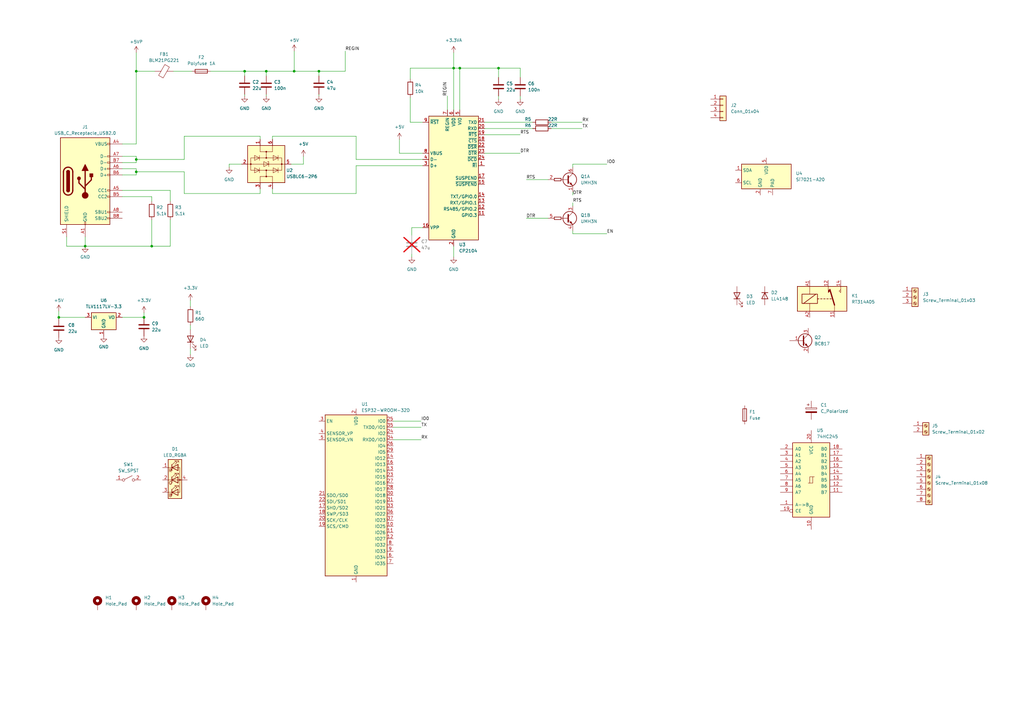
<source format=kicad_sch>
(kicad_sch (version 20230121) (generator eeschema)
  (paper "A3")
  (title_block (title "Alpha") (date "2024-01-10") (rev "1.0"))
  (lib_symbols
    (symbol "74xx:74HC245" (pin_names (offset 1.016))
      (property "Reference" "U" (at -7.62 16.51 0))
      (property "Value" "74HC245" (at -7.62 -16.51 0))
      (symbol "74HC245_1_0"
        (pin input line (at -12.7 -10.16 0) (length 5.08) (name "A->B") (number "1"))
        (pin power_in line (at 0 -20.32 90) (length 5.08) (name "GND") (number "10"))
        (pin tri_state line (at 12.7 -5.08 180) (length 5.08) (name "B7") (number "11"))
        (pin tri_state line (at 12.7 -2.54 180) (length 5.08) (name "B6") (number "12"))
        (pin tri_state line (at 12.7 0 180) (length 5.08) (name "B5") (number "13"))
        (pin tri_state line (at 12.7 2.54 180) (length 5.08) (name "B4") (number "14"))
        (pin tri_state line (at 12.7 5.08 180) (length 5.08) (name "B3") (number "15"))
        (pin tri_state line (at 12.7 7.62 180) (length 5.08) (name "B2") (number "16"))
        (pin tri_state line (at 12.7 10.16 180) (length 5.08) (name "B1") (number "17"))
        (pin tri_state line (at 12.7 12.7 180) (length 5.08) (name "B0") (number "18"))
        (pin input inverted (at -12.7 -12.7 0) (length 5.08) (name "CE") (number "19"))
        (pin tri_state line (at -12.7 12.7 0) (length 5.08) (name "A0") (number "2"))
        (pin power_in line (at 0 20.32 270) (length 5.08) (name "VCC") (number "20"))
        (pin tri_state line (at -12.7 10.16 0) (length 5.08) (name "A1") (number "3"))
        (pin tri_state line (at -12.7 7.62 0) (length 5.08) (name "A2") (number "4"))
        (pin tri_state line (at -12.7 5.08 0) (length 5.08) (name "A3") (number "5"))
        (pin tri_state line (at -12.7 2.54 0) (length 5.08) (name "A4") (number "6"))
        (pin tri_state line (at -12.7 0 0) (length 5.08) (name "A5") (number "7"))
        (pin tri_state line (at -12.7 -2.54 0) (length 5.08) (name "A6") (number "8"))
        (pin tri_state line (at -12.7 -5.08 0) (length 5.08) (name "A7") (number "9"))
      )
    )
    (symbol "Connector:Screw_Terminal_01x02" (pin_names (offset 1.016) hide)
      (property "Reference" "J" (at 0 2.54 0))
      (property "Value" "Screw_Terminal_01x02" (at 0 -5.08 0))
      (symbol "Screw_Terminal_01x02_1_1"
        (pin passive line (at -5.08 0 0) (length 3.81) (name "Pin_1") (number "1"))
        (pin passive line (at -5.08 -2.54 0) (length 3.81) (name "Pin_2") (number "2"))
      )
    )
    (symbol "Connector:Screw_Terminal_01x03" (pin_names (offset 1.016) hide)
      (property "Reference" "J" (at 0 5.08 0))
      (property "Value" "Screw_Terminal_01x03" (at 0 -5.08 0))
      (symbol "Screw_Terminal_01x03_1_1"
        (pin passive line (at -5.08 2.54 0) (length 3.81) (name "Pin_1") (number "1"))
        (pin passive line (at -5.08 0 0) (length 3.81) (name "Pin_2") (number "2"))
        (pin passive line (at -5.08 -2.54 0) (length 3.81) (name "Pin_3") (number "3"))
      )
    )
    (symbol "Connector:Screw_Terminal_01x08" (pin_names (offset 1.016) hide)
      (property "Reference" "J" (at 0 10.16 0))
      (property "Value" "Screw_Terminal_01x08" (at 0 -12.7 0))
      (symbol "Screw_Terminal_01x08_1_1"
        (pin passive line (at -5.08 7.62 0) (length 3.81) (name "Pin_1") (number "1"))
        (pin passive line (at -5.08 5.08 0) (length 3.81) (name "Pin_2") (number "2"))
        (pin passive line (at -5.08 2.54 0) (length 3.81) (name "Pin_3") (number "3"))
        (pin passive line (at -5.08 0 0) (length 3.81) (name "Pin_4") (number "4"))
        (pin passive line (at -5.08 -2.54 0) (length 3.81) (name "Pin_5") (number "5"))
        (pin passive line (at -5.08 -5.08 0) (length 3.81) (name "Pin_6") (number "6"))
        (pin passive line (at -5.08 -7.62 0) (length 3.81) (name "Pin_7") (number "7"))
        (pin passive line (at -5.08 -10.16 0) (length 3.81) (name "Pin_8") (number "8"))
      )
    )
    (symbol "Connector:USB_C_Receptacle_USB2.0" (pin_names (offset 1.016))
      (property "Reference" "J1" (at 0 22.225 0))
      (property "Value" "USB_C_Receptacle_USB2.0" (at 0 19.685 0))
      (symbol "USB_C_Receptacle_USB2.0_1_1"
        (pin passive line (at 0 -22.86 90) (length 5.08) (name "GND") (number "A1"))
        (pin passive line (at 0 -22.86 90) (length 5.08) hide (name "GND") (number "A12"))
        (pin passive line (at 15.24 15.24 180) (length 5.08) (name "VBUS") (number "A4"))
        (pin bidirectional line (at 15.24 -3.81 180) (length 5.08) (name "CC1") (number "A5"))
        (pin bidirectional line (at 15.24 5.08 180) (length 5.08) (name "D+") (number "A6"))
        (pin bidirectional line (at 15.24 10.16 180) (length 5.08) (name "D-") (number "A7"))
        (pin bidirectional line (at 15.24 -12.7 180) (length 5.08) (name "SBU1") (number "A8"))
        (pin passive line (at 15.24 15.24 180) (length 5.08) hide (name "VBUS") (number "A9"))
        (pin passive line (at 0 -22.86 90) (length 5.08) hide (name "GND") (number "B1"))
        (pin passive line (at 0 -22.86 90) (length 5.08) hide (name "GND") (number "B12"))
        (pin passive line (at 15.24 15.24 180) (length 5.08) hide (name "VBUS") (number "B4"))
        (pin bidirectional line (at 15.24 -6.35 180) (length 5.08) (name "CC2") (number "B5"))
        (pin bidirectional line (at 15.24 2.54 180) (length 5.08) (name "D+") (number "B6"))
        (pin bidirectional line (at 15.24 7.62 180) (length 5.08) (name "D-") (number "B7"))
        (pin bidirectional line (at 15.24 -15.24 180) (length 5.08) (name "SBU2") (number "B8"))
        (pin passive line (at 15.24 15.24 180) (length 5.08) hide (name "VBUS") (number "B9"))
        (pin passive line (at -7.62 -22.86 90) (length 5.08) (name "SHIELD") (number "S1"))
      )
    )
    (symbol "Connector_Generic:Conn_01x04" (pin_names (offset 1.016) hide)
      (property "Reference" "J" (at 0 5.08 0))
      (property "Value" "Conn_01x04" (at 0 -7.62 0))
      (symbol "Conn_01x04_1_1"
        (pin passive line (at -5.08 2.54 0) (length 3.81) (name "Pin_1") (number "1"))
        (pin passive line (at -5.08 0 0) (length 3.81) (name "Pin_2") (number "2"))
        (pin passive line (at -5.08 -2.54 0) (length 3.81) (name "Pin_3") (number "3"))
        (pin passive line (at -5.08 -5.08 0) (length 3.81) (name "Pin_4") (number "4"))
      )
    )
    (symbol "Device:C" (pin_numbers hide) (pin_names (offset 0.254))
      (property "Reference" "C" (at 0.635 2.54 0))
      (property "Value" "C" (at 0.635 -2.54 0))
      (symbol "C_1_1"
        (pin passive line (at 0 3.81 270) (length 2.794) (name "~") (number "1"))
        (pin passive line (at 0 -3.81 90) (length 2.794) (name "~") (number "2"))
      )
    )
    (symbol "Device:C_Polarized" (pin_numbers hide) (pin_names (offset 0.254))
      (property "Reference" "C" (at 0.635 2.54 0))
      (property "Value" "C_Polarized" (at 0.635 -2.54 0))
      (symbol "C_Polarized_1_1"
        (pin passive line (at 0 3.81 270) (length 2.794) (name "~") (number "1"))
        (pin passive line (at 0 -3.81 90) (length 2.794) (name "~") (number "2"))
      )
    )
    (symbol "Device:FerriteBead" (pin_numbers hide) (pin_names (offset 0))
      (property "Reference" "FB" (at -3.81 0.635 90))
      (property "Value" "FerriteBead" (at 3.81 0 90))
      (symbol "FerriteBead_1_1"
        (pin passive line (at 0 3.81 270) (length 2.54) (name "~") (number "1"))
        (pin passive line (at 0 -3.81 90) (length 2.54) (name "~") (number "2"))
      )
    )
    (symbol "Device:Fuse" (pin_numbers hide) (pin_names (offset 0))
      (property "Reference" "F" (at 2.032 0 90))
      (property "Value" "Fuse" (at -1.905 0 90))
      (symbol "Fuse_1_1"
        (pin passive line (at 0 3.81 270) (length 1.27) (name "~") (number "1"))
        (pin passive line (at 0 -3.81 90) (length 1.27) (name "~") (number "2"))
      )
    )
    (symbol "Device:LED" (pin_numbers hide) (pin_names (offset 1.016) hide)
      (property "Reference" "D" (at 0 2.54 0))
      (property "Value" "LED" (at 0 -2.54 0))
      (symbol "LED_1_1"
        (pin passive line (at -3.81 0 0) (length 2.54) (name "K") (number "1"))
        (pin passive line (at 3.81 0 180) (length 2.54) (name "A") (number "2"))
      )
    )
    (symbol "Device:LED_RGBA" (pin_names (offset 0) hide)
      (property "Reference" "D" (at 0 9.398 0))
      (property "Value" "LED_RGBA" (at 0 -8.89 0))
      (symbol "LED_RGBA_0_0"
        (text "B" (at -1.905 -6.35 0) (effects (font (size 1.27 1.27))))
        (text "G" (at -1.905 -1.27 0) (effects (font (size 1.27 1.27))))
        (text "R" (at -1.905 3.81 0) (effects (font (size 1.27 1.27))))
      )
      (symbol "LED_RGBA_1_1"
        (pin passive line (at -5.08 5.08 0) (length 2.54) (name "RK") (number "1"))
        (pin passive line (at -5.08 0 0) (length 2.54) (name "GK") (number "2"))
        (pin passive line (at -5.08 -5.08 0) (length 2.54) (name "BK") (number "3"))
        (pin passive line (at 5.08 0 180) (length 2.54) (name "A") (number "4"))
      )
    )
    (symbol "Device:R" (pin_numbers hide) (pin_names (offset 0))
      (property "Reference" "R" (at 2.032 0 90))
      (property "Value" "R" (at 0 0 90))
      (symbol "R_1_1"
        (pin passive line (at 0 3.81 270) (length 1.27) (name "~") (number "1"))
        (pin passive line (at 0 -3.81 90) (length 1.27) (name "~") (number "2"))
      )
    )
    (symbol "Diode:LL4148" (pin_numbers hide) (pin_names hide)
      (property "Reference" "D" (at 0 2.54 0))
      (property "Value" "LL4148" (at 0 -2.54 0))
      (symbol "LL4148_1_1"
        (pin passive line (at -3.81 0 0) (length 2.54) (name "K") (number "1"))
        (pin passive line (at 3.81 0 180) (length 2.54) (name "A") (number "2"))
      )
    )
    (symbol "Interface_USB:CP2104"
      (property "Reference" "U" (at -5.08 28.575 0))
      (property "Value" "CP2104" (at -5.08 26.67 0))
      (symbol "CP2104_1_1"
        (pin input line (at 12.7 5.08 180) (length 2.54) (name "~{RI}") (number "1"))
        (pin no_connect line (at 10.16 -20.32 180) (length 2.54) hide (name "NC") (number "10"))
        (pin bidirectional line (at 12.7 -15.24 180) (length 2.54) (name "GPIO.3") (number "11"))
        (pin bidirectional line (at 12.7 -12.7 180) (length 2.54) (name "RS485/GPIO.2") (number "12"))
        (pin bidirectional line (at 12.7 -10.16 180) (length 2.54) (name "RXT/GPIO.1") (number "13"))
        (pin bidirectional line (at 12.7 -7.62 180) (length 2.54) (name "TXT/GPIO.0") (number "14"))
        (pin output line (at 12.7 -2.54 180) (length 2.54) (name "~{SUSPEND}") (number "15"))
        (pin passive line (at -12.7 -20.32 0) (length 2.54) (name "VPP") (number "16"))
        (pin output line (at 12.7 0 180) (length 2.54) (name "SUSPEND") (number "17"))
        (pin input line (at 12.7 15.24 180) (length 2.54) (name "~{CTS}") (number "18"))
        (pin output line (at 12.7 17.78 180) (length 2.54) (name "~{RTS}") (number "19"))
        (pin power_in line (at 0 -27.94 90) (length 2.54) (name "GND") (number "2"))
        (pin input line (at 12.7 20.32 180) (length 2.54) (name "RXD") (number "20"))
        (pin output line (at 12.7 22.86 180) (length 2.54) (name "TXD") (number "21"))
        (pin input line (at 12.7 12.7 180) (length 2.54) (name "~{DSR}") (number "22"))
        (pin output line (at 12.7 10.16 180) (length 2.54) (name "~{DTR}") (number "23"))
        (pin input line (at 12.7 7.62 180) (length 2.54) (name "~{DCD}") (number "24"))
        (pin passive line (at 0 -27.94 90) (length 2.54) hide (name "GND") (number "25"))
        (pin bidirectional line (at -12.7 5.08 0) (length 2.54) (name "D+") (number "3"))
        (pin bidirectional line (at -12.7 7.62 0) (length 2.54) (name "D-") (number "4"))
        (pin power_in line (at 2.54 27.94 270) (length 2.54) (name "VIO") (number "5"))
        (pin power_in line (at 0 27.94 270) (length 2.54) (name "VDD") (number "6"))
        (pin power_in line (at -2.54 27.94 270) (length 2.54) (name "REGIN") (number "7"))
        (pin input line (at -12.7 10.16 0) (length 2.54) (name "VBUS") (number "8"))
        (pin bidirectional line (at -12.7 22.86 0) (length 2.54) (name "~{RST}") (number "9"))
      )
    )
    (symbol "Mechanical:MountingHole_Pad" (pin_numbers hide) (pin_names (offset 1.016) hide)
      (property "Reference" "H" (at 0 6.35 0))
      (property "Value" "MountingHole_Pad" (at 0 4.445 0))
      (symbol "MountingHole_Pad_1_1"
        (pin input line (at 0 -2.54 90) (length 2.54) (name "1") (number "1"))
      )
    )
    (symbol "Power_Protection:USBLC6-2P6" (pin_names hide)
      (property "Reference" "U" (at 2.54 8.89 0))
      (property "Value" "USBLC6-2P6" (at 2.54 -8.89 0))
      (symbol "USBLC6-2P6_1_1"
        (pin passive line (at -10.16 -2.54 0) (length 2.54) (name "I/O1") (number "1"))
        (pin passive line (at 0 -10.16 90) (length 2.54) (name "GND") (number "2"))
        (pin passive line (at 10.16 -2.54 180) (length 2.54) (name "I/O2") (number "3"))
        (pin passive line (at 10.16 2.54 180) (length 2.54) (name "I/O2") (number "4"))
        (pin passive line (at 0 10.16 270) (length 2.54) (name "VBUS") (number "5"))
        (pin passive line (at -10.16 2.54 0) (length 2.54) (name "I/O1") (number "6"))
      )
    )
    (symbol "RF_Module:ESP32-WROOM-32D"
      (property "Reference" "U" (at -12.7 34.29 0))
      (property "Value" "ESP32-WROOM-32D" (at 1.27 34.29 0))
      (symbol "ESP32-WROOM-32D_1_1"
        (pin power_in line (at 0 -35.56 90) (length 2.54) (name "GND") (number "1"))
        (pin bidirectional line (at 15.24 -12.7 180) (length 2.54) (name "IO25") (number "10"))
        (pin bidirectional line (at 15.24 -15.24 180) (length 2.54) (name "IO26") (number "11"))
        (pin bidirectional line (at 15.24 -17.78 180) (length 2.54) (name "IO27") (number "12"))
        (pin bidirectional line (at 15.24 10.16 180) (length 2.54) (name "IO14") (number "13"))
        (pin bidirectional line (at 15.24 15.24 180) (length 2.54) (name "IO12") (number "14"))
        (pin passive line (at 0 -35.56 90) (length 2.54) hide (name "GND") (number "15"))
        (pin bidirectional line (at 15.24 12.7 180) (length 2.54) (name "IO13") (number "16"))
        (pin bidirectional line (at -15.24 -5.08 0) (length 2.54) (name "SHD/SD2") (number "17"))
        (pin bidirectional line (at -15.24 -7.62 0) (length 2.54) (name "SWP/SD3") (number "18"))
        (pin bidirectional line (at -15.24 -12.7 0) (length 2.54) (name "SCS/CMD") (number "19"))
        (pin power_in line (at 0 35.56 270) (length 2.54) (name "VDD") (number "2"))
        (pin bidirectional line (at -15.24 -10.16 0) (length 2.54) (name "SCK/CLK") (number "20"))
        (pin bidirectional line (at -15.24 0 0) (length 2.54) (name "SDO/SD0") (number "21"))
        (pin bidirectional line (at -15.24 -2.54 0) (length 2.54) (name "SDI/SD1") (number "22"))
        (pin bidirectional line (at 15.24 7.62 180) (length 2.54) (name "IO15") (number "23"))
        (pin bidirectional line (at 15.24 25.4 180) (length 2.54) (name "IO2") (number "24"))
        (pin bidirectional line (at 15.24 30.48 180) (length 2.54) (name "IO0") (number "25"))
        (pin bidirectional line (at 15.24 20.32 180) (length 2.54) (name "IO4") (number "26"))
        (pin bidirectional line (at 15.24 5.08 180) (length 2.54) (name "IO16") (number "27"))
        (pin bidirectional line (at 15.24 2.54 180) (length 2.54) (name "IO17") (number "28"))
        (pin bidirectional line (at 15.24 17.78 180) (length 2.54) (name "IO5") (number "29"))
        (pin input line (at -15.24 30.48 0) (length 2.54) (name "EN") (number "3"))
        (pin bidirectional line (at 15.24 0 180) (length 2.54) (name "IO18") (number "30"))
        (pin bidirectional line (at 15.24 -2.54 180) (length 2.54) (name "IO19") (number "31"))
        (pin no_connect line (at -12.7 -27.94 0) (length 2.54) hide (name "NC") (number "32"))
        (pin bidirectional line (at 15.24 -5.08 180) (length 2.54) (name "IO21") (number "33"))
        (pin bidirectional line (at 15.24 22.86 180) (length 2.54) (name "RXD0/IO3") (number "34"))
        (pin bidirectional line (at 15.24 27.94 180) (length 2.54) (name "TXD0/IO1") (number "35"))
        (pin bidirectional line (at 15.24 -7.62 180) (length 2.54) (name "IO22") (number "36"))
        (pin bidirectional line (at 15.24 -10.16 180) (length 2.54) (name "IO23") (number "37"))
        (pin passive line (at 0 -35.56 90) (length 2.54) hide (name "GND") (number "38"))
        (pin passive line (at 0 -35.56 90) (length 2.54) hide (name "GND") (number "39"))
        (pin input line (at -15.24 25.4 0) (length 2.54) (name "SENSOR_VP") (number "4"))
        (pin input line (at -15.24 22.86 0) (length 2.54) (name "SENSOR_VN") (number "5"))
        (pin input line (at 15.24 -25.4 180) (length 2.54) (name "IO34") (number "6"))
        (pin input line (at 15.24 -27.94 180) (length 2.54) (name "IO35") (number "7"))
        (pin bidirectional line (at 15.24 -20.32 180) (length 2.54) (name "IO32") (number "8"))
        (pin bidirectional line (at 15.24 -22.86 180) (length 2.54) (name "IO33") (number "9"))
      )
    )
    (symbol "Regulator_Linear:LM1117MP-3.3"
      (property "Reference" "U" (at -3.81 3.175 0))
      (property "Value" "LM1117MP-3.3" (at 0 3.175 0))
      (symbol "LM1117MP-3.3_1_1"
        (pin power_in line (at 0 -7.62 90) (length 2.54) (name "GND") (number "1"))
        (pin power_out line (at 7.62 0 180) (length 2.54) (name "VO") (number "2"))
        (pin power_in line (at -7.62 0 0) (length 2.54) (name "VI") (number "3"))
      )
    )
    (symbol "Relay:RT314A05"
      (property "Reference" "K" (at 11.43 3.81 0))
      (property "Value" "RT314A05" (at 11.43 1.27 0))
      (symbol "RT314A05_1_1"
        (pin passive line (at 5.08 -7.62 90) (length 2.54) (name "~") (number "11"))
        (pin passive line (at 2.54 7.62 270) (length 2.54) (name "~") (number "12"))
        (pin passive line (at 7.62 7.62 270) (length 2.54) (name "~") (number "14"))
        (pin passive line (at -5.08 7.62 270) (length 2.54) (name "~") (number "A1"))
        (pin passive line (at -5.08 -7.62 90) (length 2.54) (name "~") (number "A2"))
      )
    )
    (symbol "Sensor_Humidity:Si7021-A20"
      (property "Reference" "U" (at -5.08 7.62 0))
      (property "Value" "Si7021-A20" (at -10.16 10.16 0))
      (symbol "Si7021-A20_1_1"
        (pin bidirectional line (at -12.7 2.54 0) (length 2.54) (name "SDA") (number "1"))
        (pin power_in line (at -2.54 -7.62 90) (length 2.54) (name "GND") (number "2"))
        (pin no_connect line (at 10.16 2.54 180) (length 2.54) hide (name "NC") (number "3"))
        (pin no_connect line (at 10.16 -2.54 180) (length 2.54) hide (name "NC") (number "4"))
        (pin power_in line (at 0 7.62 270) (length 2.54) (name "VDD") (number "5"))
        (pin input line (at -12.7 -2.54 0) (length 2.54) (name "SCL") (number "6"))
        (pin passive line (at 2.54 -7.62 90) (length 2.54) (name "PAD") (number "7"))
      )
    )
    (symbol "Switch:SW_SPST" (pin_names (offset 0) hide)
      (property "Reference" "SW" (at 0 3.175 0))
      (property "Value" "SW_SPST" (at 0 -2.54 0))
      (symbol "SW_SPST_1_1"
        (pin passive line (at -5.08 0 0) (length 2.54) (name "A") (number "1"))
        (pin passive line (at 5.08 0 180) (length 2.54) (name "B") (number "2"))
      )
    )
    (symbol "Transistor_BJT:BC817" (pin_names (offset 0) hide)
      (property "Reference" "Q" (at 5.08 1.905 0))
      (property "Value" "BC817" (at 5.08 0 0))
      (symbol "BC817_1_1"
        (pin input line (at -5.08 0 0) (length 5.715) (name "B") (number "1"))
        (pin passive line (at 2.54 -5.08 90) (length 2.54) (name "E") (number "2"))
        (pin passive line (at 2.54 5.08 270) (length 2.54) (name "C") (number "3"))
      )
    )
    (symbol "Transistor_BJT:UMH3N" (pin_names hide)
      (property "Reference" "Q" (at 7.62 1.27 0))
      (property "Value" "UMH3N" (at 7.62 -1.27 0))
      (symbol "UMH3N_1_1"
        (pin passive line (at 5.08 -5.08 90) (length 2.54) (name "E1") (number "1"))
        (pin input line (at -5.08 0 0) (length 2.54) (name "B1") (number "2"))
        (pin passive line (at 5.08 5.08 270) (length 2.54) (name "C1") (number "6"))
      )
      (symbol "UMH3N_2_1"
        (pin passive line (at 5.08 5.08 270) (length 2.54) (name "C2") (number "3"))
        (pin passive line (at 5.08 -5.08 90) (length 2.54) (name "E2") (number "4"))
        (pin input line (at -5.08 0 0) (length 2.54) (name "B2") (number "5"))
      )
    )
    (symbol "power:+3.3V" (power) (pin_names (offset 0))
      (property "Value" "+3.3V" (at 0 3.556 0))
      (symbol "+3.3V_1_1"
        (pin power_in line (at 0 0 90) (length 0) hide (name "+3.3V") (number "1"))
      )
    )
    (symbol "power:+3.3VA" (power) (pin_names (offset 0))
      (property "Value" "+3.3VA" (at 0 3.556 0))
      (symbol "+3.3VA_1_1"
        (pin power_in line (at 0 0 90) (length 0) hide (name "+3.3VA") (number "1"))
      )
    )
    (symbol "power:+5V" (power) (pin_names (offset 0))
      (property "Value" "+5V" (at 0 3.556 0))
      (symbol "+5V_1_1"
        (pin power_in line (at 0 0 90) (length 0) hide (name "+5V") (number "1"))
      )
    )
    (symbol "power:+5VP" (power) (pin_names (offset 0))
      (property "Value" "+5VP" (at 0 3.556 0))
      (symbol "+5VP_1_1"
        (pin power_in line (at 0 0 90) (length 0) hide (name "+5VP") (number "1"))
      )
    )
    (symbol "power:GND" (power) (pin_names (offset 0))
      (property "Value" "GND" (at 0 -3.81 0))
      (symbol "GND_1_1"
        (pin power_in line (at 0 0 270) (length 0) hide (name "GND") (number "1"))
      )
    )
  )
  (junction (at 55.88 70.485))
  (junction (at 59.055 130.175))
  (junction (at 188.595 27.94))
  (junction (at 204.47 27.94))
  (junction (at 55.88 65.405))
  (junction (at 109.22 29.21))
  (junction (at 34.925 100.965))
  (junction (at 62.23 100.965))
  (junction (at 55.88 29.21))
  (junction (at 100.33 29.21))
  (junction (at 186.055 27.94))
  (junction (at 130.81 29.21))
  (junction (at 24.13 130.175))
  (junction (at 120.65 29.21))
  (wire (pts (xy 111.76 55.88) (xy 146.05 55.88)))
  (wire (pts (xy 146.05 67.945) (xy 146.05 79.375)))
  (wire (pts (xy 213.36 39.37) (xy 213.36 40.64)))
  (wire (pts (xy 27.305 100.965) (xy 34.925 100.965)))
  (wire (pts (xy 183.515 39.37) (xy 183.515 45.085)))
  (wire (pts (xy 111.76 57.15) (xy 111.76 55.88)))
  (wire (pts (xy 168.91 104.14) (xy 168.91 105.41)))
  (wire (pts (xy 75.565 79.375) (xy 106.68 79.375)))
  (wire (pts (xy 111.76 79.375) (xy 146.05 79.375)))
  (wire (pts (xy 27.305 97.155) (xy 27.305 100.965)))
  (wire (pts (xy 186.055 100.965) (xy 186.055 105.41)))
  (wire (pts (xy 86.36 29.21) (xy 100.33 29.21)))
  (wire (pts (xy 146.05 55.88) (xy 146.05 65.405)))
  (wire (pts (xy 198.755 50.165) (xy 218.44 50.165)))
  (wire (pts (xy 59.055 128.27) (xy 59.055 130.175)))
  (wire (pts (xy 62.23 100.965) (xy 34.925 100.965)))
  (wire (pts (xy 24.13 130.81) (xy 24.13 130.175)))
  (wire (pts (xy 188.595 27.94) (xy 188.595 45.085)))
  (wire (pts (xy 234.95 83.185) (xy 234.95 84.455)))
  (wire (pts (xy 120.65 20.955) (xy 120.65 29.21)))
  (wire (pts (xy 55.88 29.21) (xy 55.88 59.055)))
  (wire (pts (xy 198.755 55.245) (xy 213.36 55.245)))
  (wire (pts (xy 186.055 27.94) (xy 188.595 27.94)))
  (wire (pts (xy 173.355 50.165) (xy 168.275 50.165)))
  (wire (pts (xy 213.36 27.94) (xy 204.47 27.94)))
  (wire (pts (xy 93.98 67.31) (xy 93.98 68.58)))
  (wire (pts (xy 215.9 89.535) (xy 224.79 89.535)))
  (wire (pts (xy 146.05 67.945) (xy 173.355 67.945)))
  (wire (pts (xy 168.91 96.52) (xy 168.91 93.345)))
  (wire (pts (xy 69.85 100.965) (xy 62.23 100.965)))
  (wire (pts (xy 163.83 62.865) (xy 173.355 62.865)))
  (wire (pts (xy 55.88 69.215) (xy 55.88 70.485)))
  (wire (pts (xy 55.88 65.405) (xy 75.565 65.405)))
  (wire (pts (xy 55.88 66.675) (xy 50.165 66.675)))
  (wire (pts (xy 24.13 130.175) (xy 34.925 130.175)))
  (wire (pts (xy 109.22 31.115) (xy 109.22 29.21)))
  (wire (pts (xy 168.275 27.94) (xy 186.055 27.94)))
  (wire (pts (xy 93.98 67.31) (xy 99.06 67.31)))
  (wire (pts (xy 163.83 57.15) (xy 163.83 62.865)))
  (wire (pts (xy 50.165 130.175) (xy 59.055 130.175)))
  (wire (pts (xy 106.68 55.88) (xy 106.68 57.15)))
  (wire (pts (xy 55.88 29.21) (xy 63.5 29.21)))
  (wire (pts (xy 226.06 52.705) (xy 238.76 52.705)))
  (wire (pts (xy 213.36 31.75) (xy 213.36 27.94)))
  (wire (pts (xy 78.105 142.875) (xy 78.105 145.415)))
  (wire (pts (xy 50.165 64.135) (xy 55.88 64.135)))
  (wire (pts (xy 109.22 29.21) (xy 120.65 29.21)))
  (wire (pts (xy 69.85 82.55) (xy 69.85 78.105)))
  (wire (pts (xy 141.605 20.955) (xy 141.605 29.21)))
  (wire (pts (xy 109.22 38.735) (xy 109.22 39.37)))
  (wire (pts (xy 50.165 80.645) (xy 62.23 80.645)))
  (wire (pts (xy 198.755 52.705) (xy 218.44 52.705)))
  (wire (pts (xy 55.88 70.485) (xy 55.88 71.755)))
  (wire (pts (xy 234.95 67.31) (xy 248.92 67.31)))
  (wire (pts (xy 130.81 38.735) (xy 130.81 39.37)))
  (wire (pts (xy 186.055 21.59) (xy 186.055 27.94)))
  (wire (pts (xy 234.95 95.885) (xy 248.92 95.885)))
  (wire (pts (xy 50.165 71.755) (xy 55.88 71.755)))
  (wire (pts (xy 234.95 94.615) (xy 234.95 95.885)))
  (wire (pts (xy 120.65 29.21) (xy 130.81 29.21)))
  (wire (pts (xy 111.76 77.47) (xy 111.76 79.375)))
  (wire (pts (xy 100.33 38.735) (xy 100.33 39.37)))
  (wire (pts (xy 55.88 70.485) (xy 75.565 70.485)))
  (wire (pts (xy 186.055 27.94) (xy 186.055 45.085)))
  (wire (pts (xy 130.81 29.21) (xy 141.605 29.21)))
  (wire (pts (xy 198.755 62.865) (xy 213.36 62.865)))
  (wire (pts (xy 130.81 31.115) (xy 130.81 29.21)))
  (wire (pts (xy 204.47 27.94) (xy 204.47 31.75)))
  (wire (pts (xy 62.23 90.17) (xy 62.23 100.965)))
  (wire (pts (xy 168.275 50.165) (xy 168.275 40.005)))
  (wire (pts (xy 161.29 172.72) (xy 172.72 172.72)))
  (wire (pts (xy 75.565 65.405) (xy 75.565 55.88)))
  (wire (pts (xy 119.38 67.31) (xy 124.46 67.31)))
  (wire (pts (xy 69.85 90.17) (xy 69.85 100.965)))
  (wire (pts (xy 124.46 64.135) (xy 124.46 67.31)))
  (wire (pts (xy 100.33 31.115) (xy 100.33 29.21)))
  (wire (pts (xy 234.95 78.74) (xy 234.95 80.01)))
  (wire (pts (xy 55.88 59.055) (xy 50.165 59.055)))
  (wire (pts (xy 50.165 78.105) (xy 69.85 78.105)))
  (wire (pts (xy 161.29 175.26) (xy 172.72 175.26)))
  (wire (pts (xy 34.925 97.155) (xy 34.925 100.965)))
  (wire (pts (xy 75.565 70.485) (xy 75.565 79.375)))
  (wire (pts (xy 215.9 73.66) (xy 224.79 73.66)))
  (wire (pts (xy 146.05 65.405) (xy 173.355 65.405)))
  (wire (pts (xy 109.22 29.21) (xy 100.33 29.21)))
  (wire (pts (xy 62.23 82.55) (xy 62.23 80.645)))
  (wire (pts (xy 106.68 79.375) (xy 106.68 77.47)))
  (wire (pts (xy 78.105 133.35) (xy 78.105 135.255)))
  (wire (pts (xy 71.12 29.21) (xy 78.74 29.21)))
  (wire (pts (xy 55.88 65.405) (xy 55.88 66.675)))
  (wire (pts (xy 75.565 55.88) (xy 106.68 55.88)))
  (wire (pts (xy 188.595 27.94) (xy 204.47 27.94)))
  (wire (pts (xy 24.13 127.635) (xy 24.13 130.175)))
  (wire (pts (xy 78.105 123.19) (xy 78.105 125.73)))
  (wire (pts (xy 55.88 64.135) (xy 55.88 65.405)))
  (wire (pts (xy 204.47 39.37) (xy 204.47 40.64)))
  (wire (pts (xy 55.88 21.59) (xy 55.88 29.21)))
  (wire (pts (xy 234.95 67.31) (xy 234.95 68.58)))
  (wire (pts (xy 168.275 32.385) (xy 168.275 27.94)))
  (wire (pts (xy 161.29 180.34) (xy 172.72 180.34)))
  (wire (pts (xy 50.165 69.215) (xy 55.88 69.215)))
  (wire (pts (xy 168.91 93.345) (xy 173.355 93.345)))
  (wire (pts (xy 226.06 50.165) (xy 238.76 50.165)))
  (label "DTR" (at 213.36 62.865 0))
  (label "RTS" (at 215.9 73.66 0))
  (label "REGIN" (at 183.515 39.37 90))
  (label "IO0" (at 248.92 67.31 0))
  (label "TX" (at 172.72 175.26 0))
  (label "DTR" (at 234.95 80.01 0))
  (label "TX" (at 238.76 52.705 0))
  (label "DTR" (at 215.9 89.535 0))
  (label "REGIN" (at 141.605 20.955 0))
  (label "EN" (at 248.92 95.885 0))
  (label "RX" (at 238.76 50.165 0))
  (label "RTS" (at 213.36 55.245 0))
  (label "RTS" (at 234.95 83.185 0))
  (label "RX" (at 172.72 180.34 0))
  (label "IO0" (at 172.72 172.72 0))
  (symbol (lib_id "power:+5V") (at 120.65 20.955 0) (unit 1)
    (property "Reference" "#PWR020" (effects hide))
    (property "Value" "+5V" (at 120.65 16.51 0))
  )
  (symbol (lib_id "power:GND") (at 34.925 100.965 0) (unit 1)
    (property "Reference" "#PWR06" (effects hide))
    (property "Value" "GND" (at 34.925 105.41 0))
  )
  (symbol (lib_id "Transistor_BJT:UMH3N") (at 229.87 89.535 0) (unit 2)
    (property "Reference" "Q1" (at 238.125 88.265 0) (effects (justify left)))
    (property "Value" "UMH3N" (at 238.125 90.805 0) (effects (justify left)))
    (property "Footprint" "Package_TO_SOT_SMD:SOT-363_SC-70-6" (effects hide))
    (property "Datasheet" "http://rohmfs.rohm.com/en/products/databook/datasheet/discrete/transistor/digital/emh3t2r-e.pdf" (effects hide))
  )
  (symbol (lib_id "Power_Protection:USBLC6-2P6") (at 109.22 67.31 270) (unit 1)
    (property "Reference" "U2" (at 118.745 69.85 90))
    (property "Value" "USBLC6-2P6" (at 123.825 72.39 90))
    (property "Footprint" "Package_TO_SOT_SMD:SOT-666" (effects hide))
    (property "Datasheet" "https://www.st.com/resource/en/datasheet/usblc6-2.pdf" (effects hide))
  )
  (symbol (lib_id "Connector:Screw_Terminal_01x02") (at 379.73 174.625 0) (unit 1)
    (property "Reference" "J5" (at 382.27 174.625 0) (effects (justify left)))
    (property "Value" "Screw_Terminal_01x02" (at 382.27 177.165 0) (effects (justify left)))
  )
  (symbol (lib_id "Device:C_Polarized") (at 332.74 168.275 0) (unit 1)
    (property "Reference" "C1" (at 336.55 166.116 0) (effects (justify left)))
    (property "Value" "C_Polarized" (at 336.55 168.656 0) (effects (justify left)))
  )
  (symbol (lib_id "Device:Fuse") (at 82.55 29.21 90) (unit 1)
    (property "Reference" "F2" (at 82.55 23.495 90))
    (property "Value" "Polyfuse 1A" (at 82.55 26.035 90))
  )
  (symbol (lib_id "Transistor_BJT:BC817") (at 328.93 139.7 0) (unit 1)
    (property "Reference" "Q2" (at 334.01 138.43 0) (effects (justify left)))
    (property "Value" "BC817" (at 334.01 140.97 0) (effects (justify left)))
    (property "Footprint" "Package_TO_SOT_SMD:SOT-23" (effects hide))
    (property "Datasheet" "https://www.onsemi.com/pub/Collateral/BC818-D.pdf" (effects hide))
  )
  (symbol (lib_id "Connector_Generic:Conn_01x04") (at 296.545 43.18 0) (unit 1)
    (property "Reference" "J2" (at 299.72 43.18 0) (effects (justify left)))
    (property "Value" "Conn_01x04" (at 299.72 45.72 0) (effects (justify left)))
  )
  (symbol (lib_id "Device:C") (at 109.22 34.925 0) (unit 1)
    (property "Reference" "C3" (at 112.395 33.655 0) (effects (justify left)))
    (property "Value" "100n" (at 112.395 36.195 0) (effects (justify left)))
  )
  (symbol (lib_id "power:GND") (at 213.36 40.64 0) (unit 1)
    (property "Reference" "#PWR014" (effects hide))
    (property "Value" "GND" (at 213.36 45.72 0))
  )
  (symbol (lib_id "Connector:Screw_Terminal_01x03") (at 375.285 121.92 0) (unit 1)
    (property "Reference" "J3" (at 378.46 120.65 0) (effects (justify left)))
    (property "Value" "Screw_Terminal_01x03" (at 378.46 123.19 0) (effects (justify left)))
  )
  (symbol (lib_id "power:GND") (at 168.91 105.41 0) (unit 1)
    (property "Reference" "#PWR016" (effects hide))
    (property "Value" "GND" (at 168.91 110.49 0))
  )
  (symbol (lib_id "Mechanical:MountingHole_Pad") (at 40.005 247.65 0) (unit 1)
    (property "Reference" "H1" (at 43.18 245.11 0) (effects (justify left)))
    (property "Value" "Hole_Pad" (at 43.18 247.65 0) (effects (justify left)))
  )
  (symbol (lib_id "Device:C") (at 213.36 35.56 0) (unit 1)
    (property "Reference" "C6" (at 216.535 34.29 0) (effects (justify left)))
    (property "Value" "100n" (at 216.535 36.83 0) (effects (justify left)))
  )
  (symbol (lib_id "Interface_USB:CP2104") (at 186.055 73.025 0) (unit 1)
    (property "Reference" "U3" (at 188.2491 100.33 0) (effects (justify left)))
    (property "Value" "CP2104" (at 188.2491 102.87 0) (effects (justify left)))
    (property "Footprint" "Package_DFN_QFN:QFN-24-1EP_4x4mm_P0.5mm_EP2.6x2.6mm" (effects hide))
    (property "Datasheet" "https://www.silabs.com/documents/public/data-sheets/cp2104.pdf" (effects hide))
  )
  (symbol (lib_id "Device:R") (at 168.275 36.195 0) (unit 1)
    (property "Reference" "R4" (at 170.18 34.925 0) (effects (justify left)))
    (property "Value" "10k" (at 170.18 37.465 0) (effects (justify left)))
  )
  (symbol (lib_id "power:+3.3V") (at 59.055 128.27 0) (unit 1)
    (property "Reference" "#PWR03" (effects hide))
    (property "Value" "+3.3V" (at 59.055 123.19 0))
  )
  (symbol (lib_id "power:GND") (at 78.105 145.415 0) (unit 1)
    (property "Reference" "#PWR04" (effects hide))
    (property "Value" "GND" (at 78.105 149.86 0))
  )
  (symbol (lib_id "power:+5V") (at 163.83 57.15 0) (unit 1)
    (property "Reference" "#PWR021" (effects hide))
    (property "Value" "+5V" (at 163.83 52.07 0))
  )
  (symbol (lib_id "power:GND") (at 204.47 40.64 0) (unit 1)
    (property "Reference" "#PWR08" (effects hide))
    (property "Value" "GND" (at 204.47 45.72 0))
  )
  (symbol (lib_id "Transistor_BJT:UMH3N") (at 229.87 73.66 0) (unit 1)
    (property "Reference" "Q1" (at 238.125 72.39 0) (effects (justify left)))
    (property "Value" "UMH3N" (at 238.125 74.93 0) (effects (justify left)))
    (property "Footprint" "Package_TO_SOT_SMD:SOT-363_SC-70-6" (effects hide))
    (property "Datasheet" "http://rohmfs.rohm.com/en/products/databook/datasheet/discrete/transistor/digital/emh3t2r-e.pdf" (effects hide))
  )
  (symbol (lib_id "Connector:USB_C_Receptacle_USB2.0") (at 34.925 74.295 0) (unit 1)
    (property "Reference" "J1" (at 34.925 52.07 0))
    (property "Value" "USB_C_Receptacle_USB2.0" (at 34.925 54.61 0))
    (property "Datasheet" "https://www.usb.org/sites/default/files/documents/usb_type-c.zip" (effects hide))
  )
  (symbol (lib_id "Device:FerriteBead") (at 67.31 29.21 90) (unit 1)
    (property "Reference" "FB1" (at 67.31 22.225 90))
    (property "Value" "BLM21PG221" (at 67.31 24.765 90))
  )
  (symbol (lib_id "power:GND") (at 59.055 137.795 0) (unit 1)
    (property "Reference" "#PWR019" (effects hide))
    (property "Value" "GND" (at 59.055 142.875 0))
  )
  (symbol (lib_id "power:+5VP") (at 55.88 21.59 0) (unit 1)
    (property "Reference" "#PWR07" (effects hide))
    (property "Value" "+5VP" (at 55.88 17.145 0))
  )
  (symbol (lib_id "Connector:Screw_Terminal_01x08") (at 381 195.58 0) (unit 1)
    (property "Reference" "J4" (at 383.54 195.58 0) (effects (justify left)))
    (property "Value" "Screw_Terminal_01x08" (at 383.54 198.12 0) (effects (justify left)))
  )
  (symbol (lib_id "power:GND") (at 93.98 68.58 0) (unit 1)
    (property "Reference" "#PWR09" (effects hide))
    (property "Value" "GND" (at 93.98 73.66 0))
  )
  (symbol (lib_id "Device:C") (at 59.055 133.985 0) (unit 1)
    (property "Reference" "C9" (at 62.23 132.715 0) (effects (justify left)))
    (property "Value" "22u" (at 62.23 135.255 0) (effects (justify left)))
  )
  (symbol (lib_id "Relay:RT314A05") (at 337.185 122.555 0) (unit 1)
    (property "Reference" "K1" (at 349.25 121.285 0) (effects (justify left)))
    (property "Value" "RT314A05" (at 349.25 123.825 0) (effects (justify left)))
    (property "Footprint" "Relay_THT:Relay_SPDT_Schrack-RT1-16A-FormC_RM5mm" (effects hide))
    (property "Datasheet" "https://www.te.com/commerce/DocumentDelivery/DDEController?Action=srchrtrv&DocNm=RT1_bistable&DocType=DS&DocLang=English" (effects hide))
  )
  (symbol (lib_id "Device:LED_RGBA") (at 71.755 196.85 0) (unit 1)
    (property "Reference" "D1" (at 71.755 184.15 0))
    (property "Value" "LED_RGBA" (at 71.755 186.69 0))
  )
  (symbol (lib_id "power:GND") (at 109.22 39.37 0) (unit 1)
    (property "Reference" "#PWR012" (effects hide))
    (property "Value" "GND" (at 109.22 44.45 0))
  )
  (symbol (lib_id "Regulator_Linear:LM1117MP-3.3") (at 42.545 130.175 0) (unit 1)
    (property "Reference" "U6" (at 42.545 123.19 0))
    (property "Value" "TLV1117LV-3.3" (at 42.545 125.73 0))
    (property "Footprint" "Package_TO_SOT_SMD:SOT-223-3_TabPin2" (effects hide))
    (property "Datasheet" "http://www.ti.com/lit/ds/symlink/lm1117.pdf" (effects hide))
  )
  (symbol (lib_id "power:+5V") (at 24.13 127.635 0) (unit 1)
    (property "Reference" "#PWR02" (effects hide))
    (property "Value" "+5V" (at 24.13 123.19 0))
  )
  (symbol (lib_id "Device:C") (at 168.91 100.33 0) (unit 1) (in_bom no) (dnp yes)
    (property "Reference" "C7" (at 172.72 99.06 0) (effects (justify left)))
    (property "Value" "47u" (at 172.72 101.6 0) (effects (justify left)))
  )
  (symbol (lib_id "Device:C") (at 100.33 34.925 0) (unit 1)
    (property "Reference" "C2" (at 103.505 33.655 0) (effects (justify left)))
    (property "Value" "22u" (at 103.505 36.195 0) (effects (justify left)))
  )
  (symbol (lib_id "Device:R") (at 62.23 86.36 0) (unit 1)
    (property "Reference" "R2" (at 64.135 85.09 0) (effects (justify left)))
    (property "Value" "5.1k" (at 64.135 87.63 0) (effects (justify left)))
  )
  (symbol (lib_id "power:GND") (at 42.545 137.795 0) (unit 1)
    (property "Reference" "#PWR01" (effects hide))
    (property "Value" "GND" (at 42.545 142.24 0))
  )
  (symbol (lib_id "Sensor_Humidity:Si7021-A20") (at 314.325 72.39 0) (unit 1)
    (property "Reference" "U4" (at 326.39 71.12 0) (effects (justify left)))
    (property "Value" "Si7021-A20" (at 326.39 73.66 0) (effects (justify left)))
    (property "Footprint" "Package_DFN_QFN:DFN-6-1EP_3x3mm_P1mm_EP1.5x2.4mm" (effects hide))
    (property "Datasheet" "https://www.silabs.com/documents/public/data-sheets/Si7021-A20.pdf" (effects hide))
  )
  (symbol (lib_id "Device:R") (at 69.85 86.36 0) (unit 1)
    (property "Reference" "R3" (at 71.755 85.09 0) (effects (justify left)))
    (property "Value" "5.1k" (at 71.755 87.63 0) (effects (justify left)))
  )
  (symbol (lib_id "RF_Module:ESP32-WROOM-32D") (at 146.05 203.2 0) (unit 1)
    (property "Reference" "U1" (at 148.2441 165.735 0) (effects (justify left)))
    (property "Value" "ESP32-WROOM-32D" (at 148.2441 168.275 0) (effects (justify left)))
    (property "Footprint" "RF_Module:ESP32-WROOM-32D" (effects hide))
    (property "Datasheet" "https://www.espressif.com/sites/default/files/documentation/esp32-wroom-32d_esp32-wroom-32u_datasheet_en.pdf" (effects hide))
  )
  (symbol (lib_id "Mechanical:MountingHole_Pad") (at 70.485 247.65 0) (unit 1)
    (property "Reference" "H3" (at 73.025 245.11 0) (effects (justify left)))
    (property "Value" "Hole_Pad" (at 73.025 247.65 0) (effects (justify left)))
  )
  (symbol (lib_id "Device:Fuse") (at 305.435 170.18 0) (unit 1)
    (property "Reference" "F1" (at 307.34 168.91 0) (effects (justify left)))
    (property "Value" "Fuse" (at 307.34 171.45 0) (effects (justify left)))
  )
  (symbol (lib_id "Switch:SW_SPST") (at 52.705 196.85 0) (unit 1)
    (property "Reference" "SW1" (at 52.705 190.5 0))
    (property "Value" "SW_SPST" (at 52.705 193.04 0))
  )
  (symbol (lib_id "power:GND") (at 130.81 39.37 0) (unit 1)
    (property "Reference" "#PWR013" (effects hide))
    (property "Value" "GND" (at 130.81 44.45 0))
  )
  (symbol (lib_id "Diode:LL4148") (at 313.69 121.285 270) (unit 1)
    (property "Reference" "D2" (at 316.23 120.015 90) (effects (justify left)))
    (property "Value" "LL4148" (at 316.23 122.555 90) (effects (justify left)))
    (property "Footprint" "Diode_SMD:D_MiniMELF" (effects hide))
    (property "Datasheet" "http://www.vishay.com/docs/85557/ll4148.pdf" (effects hide))
    (property "Sim.Device" "D" (effects hide))
    (property "Sim.Pins" "1=K 2=A" (effects hide))
  )
  (symbol (lib_id "Device:C") (at 130.81 34.925 0) (unit 1)
    (property "Reference" "C4" (at 133.985 33.655 0) (effects (justify left)))
    (property "Value" "47u" (at 133.985 36.195 0) (effects (justify left)))
  )
  (symbol (lib_id "Device:C") (at 24.13 134.62 0) (unit 1)
    (property "Reference" "C8" (at 27.94 133.35 0) (effects (justify left)))
    (property "Value" "22u" (at 27.94 135.89 0) (effects (justify left)))
  )
  (symbol (lib_id "power:GND") (at 24.13 138.43 0) (unit 1)
    (property "Reference" "#PWR018" (effects hide))
    (property "Value" "GND" (at 24.13 143.51 0))
  )
  (symbol (lib_id "Device:R") (at 222.25 50.165 90) (unit 1)
    (property "Reference" "R5" (at 216.535 48.895 90))
    (property "Value" "22R" (at 226.695 48.895 90))
  )
  (symbol (lib_id "Mechanical:MountingHole_Pad") (at 84.455 247.65 0) (unit 1)
    (property "Reference" "H4" (at 86.995 245.11 0) (effects (justify left)))
    (property "Value" "Hole_Pad" (at 86.995 247.65 0) (effects (justify left)))
  )
  (symbol (lib_id "Device:C") (at 204.47 35.56 0) (unit 1)
    (property "Reference" "C5" (at 207.645 34.29 0) (effects (justify left)))
    (property "Value" "22u" (at 207.645 36.83 0) (effects (justify left)))
  )
  (symbol (lib_id "74xx:74HC245") (at 332.74 196.85 0) (unit 1)
    (property "Reference" "U5" (at 334.9341 176.53 0) (effects (justify left)))
    (property "Value" "74HC245" (at 334.9341 179.07 0) (effects (justify left)))
    (property "Datasheet" "http://www.ti.com/lit/gpn/sn74HC245" (effects hide))
  )
  (symbol (lib_id "Device:R") (at 222.25 52.705 90) (unit 1)
    (property "Reference" "R6" (at 216.535 51.435 90))
    (property "Value" "22R" (at 226.695 51.435 90))
  )
  (symbol (lib_id "Device:LED") (at 302.26 121.285 90) (unit 1)
    (property "Reference" "D3" (at 306.07 121.6025 90) (effects (justify right)))
    (property "Value" "LED" (at 306.07 124.1425 90) (effects (justify right)))
  )
  (symbol (lib_id "power:GND") (at 186.055 105.41 0) (unit 1)
    (property "Reference" "#PWR017" (effects hide))
    (property "Value" "GND" (at 186.055 110.49 0))
  )
  (symbol (lib_id "Device:LED") (at 78.105 139.065 90) (unit 1)
    (property "Reference" "D4" (at 81.915 139.3825 90) (effects (justify right)))
    (property "Value" "LED" (at 81.915 141.9225 90) (effects (justify right)))
  )
  (symbol (lib_id "Mechanical:MountingHole_Pad") (at 55.88 247.65 0) (unit 1)
    (property "Reference" "H2" (at 59.055 245.11 0) (effects (justify left)))
    (property "Value" "Hole_Pad" (at 59.055 247.65 0) (effects (justify left)))
  )
  (symbol (lib_id "power:+5V") (at 124.46 64.135 0) (unit 1)
    (property "Reference" "#PWR010" (effects hide))
    (property "Value" "+5V" (at 124.46 59.055 0))
  )
  (symbol (lib_id "power:+3.3VA") (at 186.055 21.59 0) (unit 1)
    (property "Reference" "#PWR015" (effects hide))
    (property "Value" "+3.3VA" (at 186.055 16.51 0))
  )
  (symbol (lib_id "power:GND") (at 100.33 39.37 0) (unit 1)
    (property "Reference" "#PWR011" (effects hide))
    (property "Value" "GND" (at 100.33 44.45 0))
  )
  (symbol (lib_id "Device:R") (at 78.105 129.54 0) (unit 1)
    (property "Reference" "R1" (at 80.01 128.27 0) (effects (justify left)))
    (property "Value" "660" (at 80.01 130.81 0) (effects (justify left)))
  )
  (symbol (lib_id "power:+3.3V") (at 78.105 123.19 0) (unit 1)
    (property "Reference" "#PWR05" (effects hide))
    (property "Value" "+3.3V" (at 78.105 118.11 0))
  )
)
</source>
